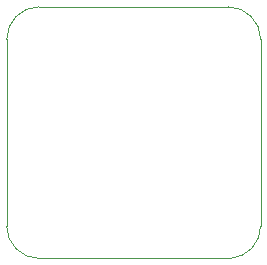
<source format=gbr>
%TF.GenerationSoftware,KiCad,Pcbnew,9.0.5*%
%TF.CreationDate,2025-10-23T10:34:40+02:00*%
%TF.ProjectId,BJT_astable_multivibrator,424a545f-6173-4746-9162-6c655f6d756c,rev?*%
%TF.SameCoordinates,Original*%
%TF.FileFunction,Profile,NP*%
%FSLAX46Y46*%
G04 Gerber Fmt 4.6, Leading zero omitted, Abs format (unit mm)*
G04 Created by KiCad (PCBNEW 9.0.5) date 2025-10-23 10:34:40*
%MOMM*%
%LPD*%
G01*
G04 APERTURE LIST*
%TA.AperFunction,Profile*%
%ADD10C,0.050000*%
%TD*%
G04 APERTURE END LIST*
D10*
X140750000Y-69600000D02*
X140757263Y-85400000D01*
X119250000Y-69600000D02*
G75*
G02*
X122000000Y-66850000I2750000J0D01*
G01*
X119250000Y-69600000D02*
X119250000Y-85400000D01*
X122000000Y-88150000D02*
X138200000Y-88150000D01*
X138000000Y-66850000D02*
G75*
G02*
X140750000Y-69600000I0J-2750000D01*
G01*
X122000000Y-88150000D02*
G75*
G02*
X119250000Y-85400000I0J2750000D01*
G01*
X122000000Y-66850000D02*
X138000000Y-66850000D01*
X140757263Y-85400000D02*
G75*
G02*
X138200000Y-88150000I-2757263J0D01*
G01*
M02*

</source>
